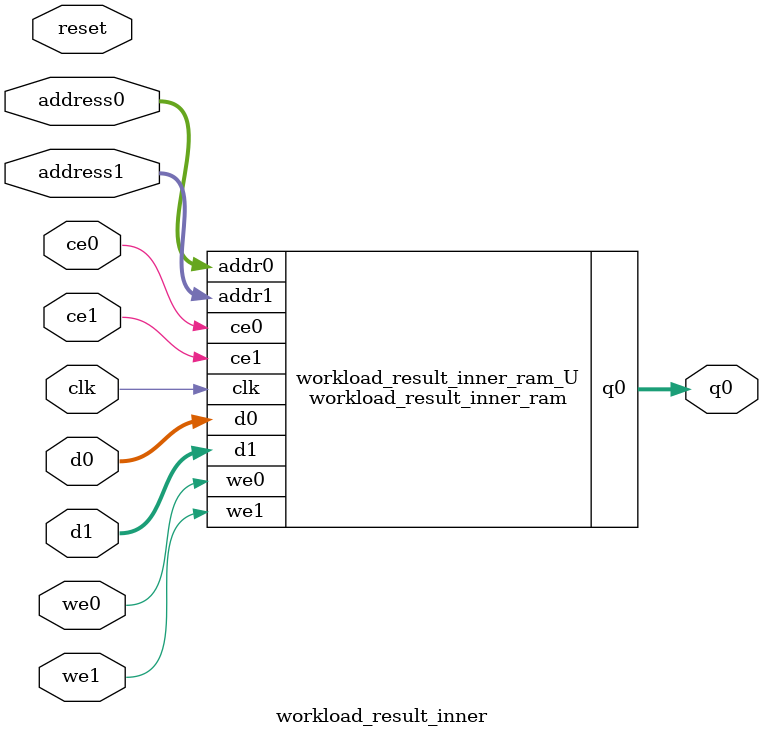
<source format=v>
`timescale 1 ns / 1 ps
module workload_result_inner_ram (addr0, ce0, d0, we0, q0, addr1, ce1, d1, we1,  clk);

parameter DWIDTH = 32;
parameter AWIDTH = 15;
parameter MEM_SIZE = 32768;

input[AWIDTH-1:0] addr0;
input ce0;
input[DWIDTH-1:0] d0;
input we0;
output reg[DWIDTH-1:0] q0;
input[AWIDTH-1:0] addr1;
input ce1;
input[DWIDTH-1:0] d1;
input we1;
input clk;

(* ram_style = "block" *)reg [DWIDTH-1:0] ram[0:MEM_SIZE-1];




always @(posedge clk)  
begin 
    if (ce0) begin
        if (we0) 
            ram[addr0] <= d0; 
        q0 <= ram[addr0];
    end
end


always @(posedge clk)  
begin 
    if (ce1) begin
        if (we1) 
            ram[addr1] <= d1; 
    end
end


endmodule

`timescale 1 ns / 1 ps
module workload_result_inner(
    reset,
    clk,
    address0,
    ce0,
    we0,
    d0,
    q0,
    address1,
    ce1,
    we1,
    d1);

parameter DataWidth = 32'd32;
parameter AddressRange = 32'd32768;
parameter AddressWidth = 32'd15;
input reset;
input clk;
input[AddressWidth - 1:0] address0;
input ce0;
input we0;
input[DataWidth - 1:0] d0;
output[DataWidth - 1:0] q0;
input[AddressWidth - 1:0] address1;
input ce1;
input we1;
input[DataWidth - 1:0] d1;



workload_result_inner_ram workload_result_inner_ram_U(
    .clk( clk ),
    .addr0( address0 ),
    .ce0( ce0 ),
    .we0( we0 ),
    .d0( d0 ),
    .q0( q0 ),
    .addr1( address1 ),
    .ce1( ce1 ),
    .we1( we1 ),
    .d1( d1 ));

endmodule


</source>
